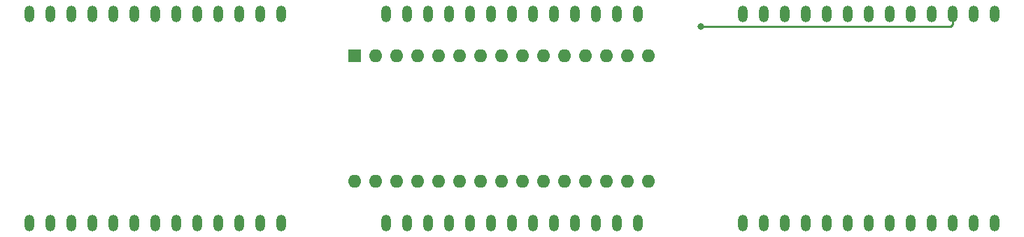
<source format=gbr>
G04 #@! TF.GenerationSoftware,KiCad,Pcbnew,(5.1.5)-3*
G04 #@! TF.CreationDate,2020-01-21T23:52:57-05:00*
G04 #@! TF.ProjectId,IEEE-Clock-Charlie,49454545-2d43-46c6-9f63-6b2d43686172,rev?*
G04 #@! TF.SameCoordinates,Original*
G04 #@! TF.FileFunction,Copper,L1,Top*
G04 #@! TF.FilePolarity,Positive*
%FSLAX46Y46*%
G04 Gerber Fmt 4.6, Leading zero omitted, Abs format (unit mm)*
G04 Created by KiCad (PCBNEW (5.1.5)-3) date 2020-01-21 23:52:57*
%MOMM*%
%LPD*%
G04 APERTURE LIST*
%ADD10O,1.200000X2.000000*%
%ADD11O,1.600000X1.600000*%
%ADD12R,1.600000X1.600000*%
%ADD13C,0.800000*%
%ADD14C,0.250000*%
G04 APERTURE END LIST*
D10*
X45720000Y-71120000D03*
X45720000Y-45720000D03*
X43180000Y-71120000D03*
X43180000Y-45720000D03*
X40640000Y-71120000D03*
X40640000Y-45720000D03*
X38100000Y-71120000D03*
X38100000Y-45720000D03*
X35560000Y-71120000D03*
X35560000Y-45720000D03*
X33020000Y-71120000D03*
X33020000Y-45720000D03*
X30480000Y-71120000D03*
X30480000Y-45720000D03*
X27940000Y-71120000D03*
X27940000Y-45720000D03*
X25400000Y-71120000D03*
X25400000Y-45720000D03*
X22860000Y-71120000D03*
X22860000Y-45720000D03*
X20320000Y-71120000D03*
X20320000Y-45720000D03*
X17780000Y-71120000D03*
X17780000Y-45720000D03*
X15240000Y-71120000D03*
X15240000Y-45720000D03*
X88900000Y-71120000D03*
X88900000Y-45720000D03*
X86360000Y-71120000D03*
X86360000Y-45720000D03*
X83820000Y-71120000D03*
X83820000Y-45720000D03*
X81280000Y-71120000D03*
X81280000Y-45720000D03*
X78740000Y-71120000D03*
X78740000Y-45720000D03*
X76200000Y-71120000D03*
X76200000Y-45720000D03*
X73660000Y-71120000D03*
X73660000Y-45720000D03*
X71120000Y-71120000D03*
X71120000Y-45720000D03*
X68580000Y-71120000D03*
X68580000Y-45720000D03*
X66040000Y-71120000D03*
X66040000Y-45720000D03*
X63500000Y-71120000D03*
X63500000Y-45720000D03*
X60960000Y-71120000D03*
X60960000Y-45720000D03*
X58420000Y-71120000D03*
X58420000Y-45720000D03*
X132080000Y-71120000D03*
X132080000Y-45720000D03*
X129540000Y-71120000D03*
X129540000Y-45720000D03*
X127000000Y-71120000D03*
X127000000Y-45720000D03*
X124460000Y-71120000D03*
X124460000Y-45720000D03*
X121920000Y-71120000D03*
X121920000Y-45720000D03*
X119380000Y-71120000D03*
X119380000Y-45720000D03*
X116840000Y-71120000D03*
X116840000Y-45720000D03*
X114300000Y-71120000D03*
X114300000Y-45720000D03*
X111760000Y-71120000D03*
X111760000Y-45720000D03*
X109220000Y-71120000D03*
X109220000Y-45720000D03*
X106680000Y-71120000D03*
X106680000Y-45720000D03*
X104140000Y-71120000D03*
X104140000Y-45720000D03*
X101600000Y-71120000D03*
X101600000Y-45720000D03*
D11*
X90170000Y-66040000D03*
X90170000Y-50800000D03*
X54610000Y-66040000D03*
X87630000Y-50800000D03*
X57150000Y-66040000D03*
X85090000Y-50800000D03*
X59690000Y-66040000D03*
X82550000Y-50800000D03*
X62230000Y-66040000D03*
X80010000Y-50800000D03*
X64770000Y-66040000D03*
X77470000Y-50800000D03*
X67310000Y-66040000D03*
X74930000Y-50800000D03*
X69850000Y-66040000D03*
X72390000Y-50800000D03*
X72390000Y-66040000D03*
X69850000Y-50800000D03*
X74930000Y-66040000D03*
X67310000Y-50800000D03*
X77470000Y-66040000D03*
X64770000Y-50800000D03*
X80010000Y-66040000D03*
X62230000Y-50800000D03*
X82550000Y-66040000D03*
X59690000Y-50800000D03*
X85090000Y-66040000D03*
X57150000Y-50800000D03*
X87630000Y-66040000D03*
D12*
X54610000Y-50800000D03*
D13*
X96520000Y-47244006D03*
D14*
X126725994Y-47244006D02*
X97085685Y-47244006D01*
X127000000Y-45720000D02*
X127000000Y-46970000D01*
X127000000Y-46970000D02*
X126725994Y-47244006D01*
X97085685Y-47244006D02*
X96520000Y-47244006D01*
M02*

</source>
